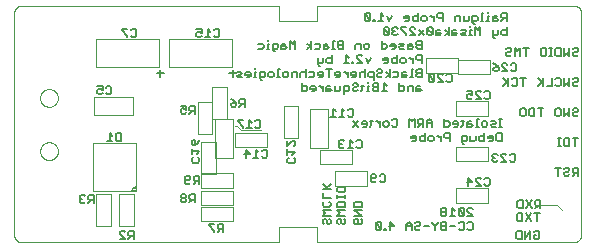
<source format=gbo>
G75*
%MOIN*%
%OFA0B0*%
%FSLAX25Y25*%
%IPPOS*%
%LPD*%
%AMOC8*
5,1,8,0,0,1.08239X$1,22.5*
%
%ADD10C,0.00000*%
%ADD11C,0.00500*%
%ADD12C,0.00472*%
%ADD13C,0.00600*%
D10*
X0010283Y0010126D02*
X0096110Y0010126D01*
X0096110Y0015244D01*
X0108709Y0015244D01*
X0108709Y0010126D01*
X0194535Y0010126D01*
X0194630Y0010128D01*
X0194725Y0010134D01*
X0194820Y0010143D01*
X0194914Y0010157D01*
X0195007Y0010174D01*
X0195100Y0010195D01*
X0195192Y0010219D01*
X0195283Y0010248D01*
X0195373Y0010279D01*
X0195461Y0010315D01*
X0195548Y0010354D01*
X0195633Y0010397D01*
X0195716Y0010442D01*
X0195797Y0010492D01*
X0195877Y0010544D01*
X0195954Y0010600D01*
X0196029Y0010658D01*
X0196101Y0010720D01*
X0196171Y0010785D01*
X0196238Y0010852D01*
X0196303Y0010922D01*
X0196365Y0010994D01*
X0196423Y0011069D01*
X0196479Y0011146D01*
X0196531Y0011226D01*
X0196581Y0011307D01*
X0196626Y0011390D01*
X0196669Y0011475D01*
X0196708Y0011562D01*
X0196744Y0011650D01*
X0196775Y0011740D01*
X0196804Y0011831D01*
X0196828Y0011923D01*
X0196849Y0012016D01*
X0196866Y0012109D01*
X0196880Y0012203D01*
X0196889Y0012298D01*
X0196895Y0012393D01*
X0196897Y0012488D01*
X0196898Y0012488D02*
X0196898Y0086504D01*
X0196897Y0086504D02*
X0196895Y0086599D01*
X0196889Y0086694D01*
X0196880Y0086789D01*
X0196866Y0086883D01*
X0196849Y0086976D01*
X0196828Y0087069D01*
X0196804Y0087161D01*
X0196775Y0087252D01*
X0196744Y0087342D01*
X0196708Y0087430D01*
X0196669Y0087517D01*
X0196626Y0087602D01*
X0196581Y0087685D01*
X0196531Y0087766D01*
X0196479Y0087846D01*
X0196423Y0087923D01*
X0196365Y0087998D01*
X0196303Y0088070D01*
X0196238Y0088140D01*
X0196171Y0088207D01*
X0196101Y0088272D01*
X0196029Y0088334D01*
X0195954Y0088392D01*
X0195877Y0088448D01*
X0195797Y0088500D01*
X0195716Y0088550D01*
X0195633Y0088595D01*
X0195548Y0088638D01*
X0195461Y0088677D01*
X0195373Y0088713D01*
X0195283Y0088744D01*
X0195192Y0088773D01*
X0195100Y0088797D01*
X0195007Y0088818D01*
X0194914Y0088835D01*
X0194820Y0088849D01*
X0194725Y0088858D01*
X0194630Y0088864D01*
X0194535Y0088866D01*
X0108709Y0088866D01*
X0108709Y0083748D01*
X0096110Y0083748D01*
X0096110Y0088866D01*
X0010283Y0088866D01*
X0010188Y0088864D01*
X0010093Y0088858D01*
X0009998Y0088849D01*
X0009904Y0088835D01*
X0009811Y0088818D01*
X0009718Y0088797D01*
X0009626Y0088773D01*
X0009535Y0088744D01*
X0009445Y0088713D01*
X0009357Y0088677D01*
X0009270Y0088638D01*
X0009185Y0088595D01*
X0009102Y0088550D01*
X0009021Y0088500D01*
X0008941Y0088448D01*
X0008864Y0088392D01*
X0008789Y0088334D01*
X0008717Y0088272D01*
X0008647Y0088207D01*
X0008580Y0088140D01*
X0008515Y0088070D01*
X0008453Y0087998D01*
X0008395Y0087923D01*
X0008339Y0087846D01*
X0008287Y0087766D01*
X0008237Y0087685D01*
X0008192Y0087602D01*
X0008149Y0087517D01*
X0008110Y0087430D01*
X0008074Y0087342D01*
X0008043Y0087252D01*
X0008014Y0087161D01*
X0007990Y0087069D01*
X0007969Y0086976D01*
X0007952Y0086883D01*
X0007938Y0086789D01*
X0007929Y0086694D01*
X0007923Y0086599D01*
X0007921Y0086504D01*
X0007921Y0012488D01*
X0007923Y0012393D01*
X0007929Y0012298D01*
X0007938Y0012203D01*
X0007952Y0012109D01*
X0007969Y0012016D01*
X0007990Y0011923D01*
X0008014Y0011831D01*
X0008043Y0011740D01*
X0008074Y0011650D01*
X0008110Y0011562D01*
X0008149Y0011475D01*
X0008192Y0011390D01*
X0008237Y0011307D01*
X0008287Y0011226D01*
X0008339Y0011146D01*
X0008395Y0011069D01*
X0008453Y0010994D01*
X0008515Y0010922D01*
X0008580Y0010852D01*
X0008647Y0010785D01*
X0008717Y0010720D01*
X0008789Y0010658D01*
X0008864Y0010600D01*
X0008941Y0010544D01*
X0009021Y0010492D01*
X0009102Y0010442D01*
X0009185Y0010397D01*
X0009270Y0010354D01*
X0009357Y0010315D01*
X0009445Y0010279D01*
X0009535Y0010248D01*
X0009626Y0010219D01*
X0009718Y0010195D01*
X0009811Y0010174D01*
X0009904Y0010157D01*
X0009998Y0010143D01*
X0010093Y0010134D01*
X0010188Y0010128D01*
X0010283Y0010126D01*
X0016582Y0040441D02*
X0016584Y0040549D01*
X0016590Y0040658D01*
X0016600Y0040766D01*
X0016614Y0040873D01*
X0016632Y0040980D01*
X0016653Y0041087D01*
X0016679Y0041192D01*
X0016709Y0041297D01*
X0016742Y0041400D01*
X0016779Y0041502D01*
X0016820Y0041602D01*
X0016864Y0041701D01*
X0016913Y0041799D01*
X0016964Y0041894D01*
X0017019Y0041987D01*
X0017078Y0042079D01*
X0017140Y0042168D01*
X0017205Y0042255D01*
X0017273Y0042339D01*
X0017344Y0042421D01*
X0017418Y0042500D01*
X0017495Y0042576D01*
X0017575Y0042650D01*
X0017658Y0042720D01*
X0017743Y0042788D01*
X0017830Y0042852D01*
X0017920Y0042913D01*
X0018012Y0042971D01*
X0018106Y0043025D01*
X0018202Y0043076D01*
X0018299Y0043123D01*
X0018399Y0043167D01*
X0018500Y0043207D01*
X0018602Y0043243D01*
X0018705Y0043275D01*
X0018810Y0043304D01*
X0018916Y0043328D01*
X0019022Y0043349D01*
X0019129Y0043366D01*
X0019237Y0043379D01*
X0019345Y0043388D01*
X0019454Y0043393D01*
X0019562Y0043394D01*
X0019671Y0043391D01*
X0019779Y0043384D01*
X0019887Y0043373D01*
X0019994Y0043358D01*
X0020101Y0043339D01*
X0020207Y0043316D01*
X0020312Y0043290D01*
X0020417Y0043259D01*
X0020519Y0043225D01*
X0020621Y0043187D01*
X0020721Y0043145D01*
X0020820Y0043100D01*
X0020917Y0043051D01*
X0021011Y0042998D01*
X0021104Y0042942D01*
X0021195Y0042883D01*
X0021284Y0042820D01*
X0021370Y0042755D01*
X0021454Y0042686D01*
X0021535Y0042614D01*
X0021613Y0042539D01*
X0021689Y0042461D01*
X0021762Y0042380D01*
X0021832Y0042297D01*
X0021898Y0042212D01*
X0021962Y0042124D01*
X0022022Y0042033D01*
X0022079Y0041941D01*
X0022132Y0041846D01*
X0022182Y0041750D01*
X0022228Y0041652D01*
X0022271Y0041552D01*
X0022310Y0041451D01*
X0022345Y0041348D01*
X0022377Y0041245D01*
X0022404Y0041140D01*
X0022428Y0041034D01*
X0022448Y0040927D01*
X0022464Y0040820D01*
X0022476Y0040712D01*
X0022484Y0040604D01*
X0022488Y0040495D01*
X0022488Y0040387D01*
X0022484Y0040278D01*
X0022476Y0040170D01*
X0022464Y0040062D01*
X0022448Y0039955D01*
X0022428Y0039848D01*
X0022404Y0039742D01*
X0022377Y0039637D01*
X0022345Y0039534D01*
X0022310Y0039431D01*
X0022271Y0039330D01*
X0022228Y0039230D01*
X0022182Y0039132D01*
X0022132Y0039036D01*
X0022079Y0038941D01*
X0022022Y0038849D01*
X0021962Y0038758D01*
X0021898Y0038670D01*
X0021832Y0038585D01*
X0021762Y0038502D01*
X0021689Y0038421D01*
X0021613Y0038343D01*
X0021535Y0038268D01*
X0021454Y0038196D01*
X0021370Y0038127D01*
X0021284Y0038062D01*
X0021195Y0037999D01*
X0021104Y0037940D01*
X0021012Y0037884D01*
X0020917Y0037831D01*
X0020820Y0037782D01*
X0020721Y0037737D01*
X0020621Y0037695D01*
X0020519Y0037657D01*
X0020417Y0037623D01*
X0020312Y0037592D01*
X0020207Y0037566D01*
X0020101Y0037543D01*
X0019994Y0037524D01*
X0019887Y0037509D01*
X0019779Y0037498D01*
X0019671Y0037491D01*
X0019562Y0037488D01*
X0019454Y0037489D01*
X0019345Y0037494D01*
X0019237Y0037503D01*
X0019129Y0037516D01*
X0019022Y0037533D01*
X0018916Y0037554D01*
X0018810Y0037578D01*
X0018705Y0037607D01*
X0018602Y0037639D01*
X0018500Y0037675D01*
X0018399Y0037715D01*
X0018299Y0037759D01*
X0018202Y0037806D01*
X0018106Y0037857D01*
X0018012Y0037911D01*
X0017920Y0037969D01*
X0017830Y0038030D01*
X0017743Y0038094D01*
X0017658Y0038162D01*
X0017575Y0038232D01*
X0017495Y0038306D01*
X0017418Y0038382D01*
X0017344Y0038461D01*
X0017273Y0038543D01*
X0017205Y0038627D01*
X0017140Y0038714D01*
X0017078Y0038803D01*
X0017019Y0038895D01*
X0016964Y0038988D01*
X0016913Y0039083D01*
X0016864Y0039181D01*
X0016820Y0039280D01*
X0016779Y0039380D01*
X0016742Y0039482D01*
X0016709Y0039585D01*
X0016679Y0039690D01*
X0016653Y0039795D01*
X0016632Y0039902D01*
X0016614Y0040009D01*
X0016600Y0040116D01*
X0016590Y0040224D01*
X0016584Y0040333D01*
X0016582Y0040441D01*
X0016582Y0058157D02*
X0016584Y0058265D01*
X0016590Y0058374D01*
X0016600Y0058482D01*
X0016614Y0058589D01*
X0016632Y0058696D01*
X0016653Y0058803D01*
X0016679Y0058908D01*
X0016709Y0059013D01*
X0016742Y0059116D01*
X0016779Y0059218D01*
X0016820Y0059318D01*
X0016864Y0059417D01*
X0016913Y0059515D01*
X0016964Y0059610D01*
X0017019Y0059703D01*
X0017078Y0059795D01*
X0017140Y0059884D01*
X0017205Y0059971D01*
X0017273Y0060055D01*
X0017344Y0060137D01*
X0017418Y0060216D01*
X0017495Y0060292D01*
X0017575Y0060366D01*
X0017658Y0060436D01*
X0017743Y0060504D01*
X0017830Y0060568D01*
X0017920Y0060629D01*
X0018012Y0060687D01*
X0018106Y0060741D01*
X0018202Y0060792D01*
X0018299Y0060839D01*
X0018399Y0060883D01*
X0018500Y0060923D01*
X0018602Y0060959D01*
X0018705Y0060991D01*
X0018810Y0061020D01*
X0018916Y0061044D01*
X0019022Y0061065D01*
X0019129Y0061082D01*
X0019237Y0061095D01*
X0019345Y0061104D01*
X0019454Y0061109D01*
X0019562Y0061110D01*
X0019671Y0061107D01*
X0019779Y0061100D01*
X0019887Y0061089D01*
X0019994Y0061074D01*
X0020101Y0061055D01*
X0020207Y0061032D01*
X0020312Y0061006D01*
X0020417Y0060975D01*
X0020519Y0060941D01*
X0020621Y0060903D01*
X0020721Y0060861D01*
X0020820Y0060816D01*
X0020917Y0060767D01*
X0021011Y0060714D01*
X0021104Y0060658D01*
X0021195Y0060599D01*
X0021284Y0060536D01*
X0021370Y0060471D01*
X0021454Y0060402D01*
X0021535Y0060330D01*
X0021613Y0060255D01*
X0021689Y0060177D01*
X0021762Y0060096D01*
X0021832Y0060013D01*
X0021898Y0059928D01*
X0021962Y0059840D01*
X0022022Y0059749D01*
X0022079Y0059657D01*
X0022132Y0059562D01*
X0022182Y0059466D01*
X0022228Y0059368D01*
X0022271Y0059268D01*
X0022310Y0059167D01*
X0022345Y0059064D01*
X0022377Y0058961D01*
X0022404Y0058856D01*
X0022428Y0058750D01*
X0022448Y0058643D01*
X0022464Y0058536D01*
X0022476Y0058428D01*
X0022484Y0058320D01*
X0022488Y0058211D01*
X0022488Y0058103D01*
X0022484Y0057994D01*
X0022476Y0057886D01*
X0022464Y0057778D01*
X0022448Y0057671D01*
X0022428Y0057564D01*
X0022404Y0057458D01*
X0022377Y0057353D01*
X0022345Y0057250D01*
X0022310Y0057147D01*
X0022271Y0057046D01*
X0022228Y0056946D01*
X0022182Y0056848D01*
X0022132Y0056752D01*
X0022079Y0056657D01*
X0022022Y0056565D01*
X0021962Y0056474D01*
X0021898Y0056386D01*
X0021832Y0056301D01*
X0021762Y0056218D01*
X0021689Y0056137D01*
X0021613Y0056059D01*
X0021535Y0055984D01*
X0021454Y0055912D01*
X0021370Y0055843D01*
X0021284Y0055778D01*
X0021195Y0055715D01*
X0021104Y0055656D01*
X0021012Y0055600D01*
X0020917Y0055547D01*
X0020820Y0055498D01*
X0020721Y0055453D01*
X0020621Y0055411D01*
X0020519Y0055373D01*
X0020417Y0055339D01*
X0020312Y0055308D01*
X0020207Y0055282D01*
X0020101Y0055259D01*
X0019994Y0055240D01*
X0019887Y0055225D01*
X0019779Y0055214D01*
X0019671Y0055207D01*
X0019562Y0055204D01*
X0019454Y0055205D01*
X0019345Y0055210D01*
X0019237Y0055219D01*
X0019129Y0055232D01*
X0019022Y0055249D01*
X0018916Y0055270D01*
X0018810Y0055294D01*
X0018705Y0055323D01*
X0018602Y0055355D01*
X0018500Y0055391D01*
X0018399Y0055431D01*
X0018299Y0055475D01*
X0018202Y0055522D01*
X0018106Y0055573D01*
X0018012Y0055627D01*
X0017920Y0055685D01*
X0017830Y0055746D01*
X0017743Y0055810D01*
X0017658Y0055878D01*
X0017575Y0055948D01*
X0017495Y0056022D01*
X0017418Y0056098D01*
X0017344Y0056177D01*
X0017273Y0056259D01*
X0017205Y0056343D01*
X0017140Y0056430D01*
X0017078Y0056519D01*
X0017019Y0056611D01*
X0016964Y0056704D01*
X0016913Y0056799D01*
X0016864Y0056897D01*
X0016820Y0056996D01*
X0016779Y0057096D01*
X0016742Y0057198D01*
X0016709Y0057301D01*
X0016679Y0057406D01*
X0016653Y0057511D01*
X0016632Y0057618D01*
X0016614Y0057725D01*
X0016600Y0057832D01*
X0016590Y0057940D01*
X0016584Y0058049D01*
X0016582Y0058157D01*
D11*
X0035680Y0059834D02*
X0036122Y0059392D01*
X0037006Y0059392D01*
X0037448Y0059834D01*
X0037448Y0060718D02*
X0036564Y0061160D01*
X0036122Y0061160D01*
X0035680Y0060718D01*
X0035680Y0059834D01*
X0037448Y0060718D02*
X0037448Y0062044D01*
X0035680Y0062044D01*
X0038581Y0061602D02*
X0039022Y0062044D01*
X0039906Y0062044D01*
X0040348Y0061602D01*
X0040348Y0059834D01*
X0039906Y0059392D01*
X0039022Y0059392D01*
X0038581Y0059834D01*
X0063436Y0055548D02*
X0065204Y0055548D01*
X0065204Y0054222D01*
X0064320Y0054664D01*
X0063878Y0054664D01*
X0063436Y0054222D01*
X0063436Y0053338D01*
X0063878Y0052896D01*
X0064762Y0052896D01*
X0065204Y0053338D01*
X0066336Y0052896D02*
X0067220Y0053780D01*
X0066778Y0053780D02*
X0068104Y0053780D01*
X0068104Y0052896D02*
X0068104Y0055548D01*
X0066778Y0055548D01*
X0066336Y0055106D01*
X0066336Y0054222D01*
X0066778Y0053780D01*
X0080063Y0055700D02*
X0080063Y0056142D01*
X0080505Y0056584D01*
X0081831Y0056584D01*
X0081831Y0055700D01*
X0081389Y0055258D01*
X0080505Y0055258D01*
X0080063Y0055700D01*
X0080947Y0057468D02*
X0081831Y0056584D01*
X0082963Y0056584D02*
X0083405Y0056142D01*
X0084731Y0056142D01*
X0083847Y0056142D02*
X0082963Y0055258D01*
X0082963Y0056584D02*
X0082963Y0057468D01*
X0083405Y0057910D01*
X0084731Y0057910D01*
X0084731Y0055258D01*
X0080947Y0057468D02*
X0080063Y0057910D01*
X0082426Y0050823D02*
X0082426Y0050381D01*
X0084193Y0048613D01*
X0084193Y0048171D01*
X0085326Y0048171D02*
X0087094Y0048171D01*
X0086210Y0048171D02*
X0086210Y0050823D01*
X0087094Y0049939D01*
X0088226Y0050381D02*
X0088668Y0050823D01*
X0089552Y0050823D01*
X0089994Y0050381D01*
X0089994Y0048613D01*
X0089552Y0048171D01*
X0088668Y0048171D01*
X0088226Y0048613D01*
X0084193Y0050823D02*
X0082426Y0050823D01*
X0069681Y0044125D02*
X0069239Y0043241D01*
X0068355Y0042357D01*
X0068355Y0043683D01*
X0067913Y0044125D01*
X0067472Y0044125D01*
X0067030Y0043683D01*
X0067030Y0042799D01*
X0067472Y0042357D01*
X0068355Y0042357D01*
X0067030Y0041225D02*
X0067030Y0039457D01*
X0067030Y0040341D02*
X0069681Y0040341D01*
X0068797Y0039457D01*
X0069239Y0038325D02*
X0069681Y0037883D01*
X0069681Y0036999D01*
X0069239Y0036557D01*
X0067472Y0036557D01*
X0067030Y0036999D01*
X0067030Y0037883D01*
X0067472Y0038325D01*
X0068156Y0032122D02*
X0067714Y0031680D01*
X0067714Y0030796D01*
X0068156Y0030354D01*
X0069482Y0030354D01*
X0069482Y0029470D02*
X0069482Y0032122D01*
X0068156Y0032122D01*
X0066582Y0031680D02*
X0066582Y0031238D01*
X0066140Y0030796D01*
X0064814Y0030796D01*
X0064814Y0029912D02*
X0064814Y0031680D01*
X0065256Y0032122D01*
X0066140Y0032122D01*
X0066582Y0031680D01*
X0066582Y0029912D02*
X0066140Y0029470D01*
X0065256Y0029470D01*
X0064814Y0029912D01*
X0067714Y0029470D02*
X0068598Y0030354D01*
X0068104Y0026020D02*
X0066778Y0026020D01*
X0066336Y0025578D01*
X0066336Y0024694D01*
X0066778Y0024252D01*
X0068104Y0024252D01*
X0067220Y0024252D02*
X0066336Y0023368D01*
X0065204Y0023810D02*
X0065204Y0024252D01*
X0064762Y0024694D01*
X0063878Y0024694D01*
X0063436Y0024252D01*
X0063436Y0023810D01*
X0063878Y0023368D01*
X0064762Y0023368D01*
X0065204Y0023810D01*
X0064762Y0024694D02*
X0065204Y0025136D01*
X0065204Y0025578D01*
X0064762Y0026020D01*
X0063878Y0026020D01*
X0063436Y0025578D01*
X0063436Y0025136D01*
X0063878Y0024694D01*
X0068104Y0023368D02*
X0068104Y0026020D01*
X0072885Y0016177D02*
X0072885Y0015735D01*
X0074653Y0013968D01*
X0074653Y0013526D01*
X0075785Y0013526D02*
X0076669Y0014410D01*
X0076227Y0014410D02*
X0077553Y0014410D01*
X0077553Y0013526D02*
X0077553Y0016177D01*
X0076227Y0016177D01*
X0075785Y0015735D01*
X0075785Y0014852D01*
X0076227Y0014410D01*
X0074653Y0016177D02*
X0072885Y0016177D01*
X0047723Y0013815D02*
X0047723Y0011163D01*
X0047723Y0012047D02*
X0046398Y0012047D01*
X0045956Y0012489D01*
X0045956Y0013373D01*
X0046398Y0013815D01*
X0047723Y0013815D01*
X0044823Y0013373D02*
X0044381Y0013815D01*
X0043497Y0013815D01*
X0043055Y0013373D01*
X0043055Y0012931D01*
X0044823Y0011163D01*
X0043055Y0011163D01*
X0045956Y0011163D02*
X0046839Y0012047D01*
X0034443Y0023171D02*
X0034443Y0025823D01*
X0033117Y0025823D01*
X0032675Y0025381D01*
X0032675Y0024497D01*
X0033117Y0024055D01*
X0034443Y0024055D01*
X0033559Y0024055D02*
X0032675Y0023171D01*
X0031543Y0023613D02*
X0031101Y0023171D01*
X0030217Y0023171D01*
X0029775Y0023613D01*
X0029775Y0024055D01*
X0030217Y0024497D01*
X0030659Y0024497D01*
X0030217Y0024497D02*
X0029775Y0024939D01*
X0029775Y0025381D01*
X0030217Y0025823D01*
X0031101Y0025823D01*
X0031543Y0025381D01*
X0038830Y0043841D02*
X0040598Y0043841D01*
X0039714Y0043841D02*
X0039714Y0046492D01*
X0040598Y0045608D01*
X0041730Y0046050D02*
X0042172Y0046492D01*
X0043498Y0046492D01*
X0043498Y0043841D01*
X0042172Y0043841D01*
X0041730Y0044283D01*
X0041730Y0046050D01*
X0084630Y0039615D02*
X0086398Y0039615D01*
X0085072Y0040941D01*
X0085072Y0038289D01*
X0087530Y0038289D02*
X0089298Y0038289D01*
X0088414Y0038289D02*
X0088414Y0040941D01*
X0089298Y0040057D01*
X0090430Y0040499D02*
X0090872Y0040941D01*
X0091756Y0040941D01*
X0092198Y0040499D01*
X0092198Y0038731D01*
X0091756Y0038289D01*
X0090872Y0038289D01*
X0090430Y0038731D01*
X0098919Y0039260D02*
X0098919Y0041028D01*
X0098919Y0040144D02*
X0101571Y0040144D01*
X0100687Y0039260D01*
X0101129Y0038128D02*
X0101571Y0037686D01*
X0101571Y0036802D01*
X0101129Y0036360D01*
X0099361Y0036360D01*
X0098919Y0036802D01*
X0098919Y0037686D01*
X0099361Y0038128D01*
X0098919Y0042160D02*
X0100687Y0043928D01*
X0101129Y0043928D01*
X0101571Y0043486D01*
X0101571Y0042602D01*
X0101129Y0042160D01*
X0098919Y0042160D02*
X0098919Y0043928D01*
X0113331Y0051911D02*
X0115099Y0051911D01*
X0114215Y0051911D02*
X0114215Y0054563D01*
X0115099Y0053679D01*
X0117115Y0054563D02*
X0117115Y0051911D01*
X0117999Y0051911D02*
X0116231Y0051911D01*
X0117999Y0053679D02*
X0117115Y0054563D01*
X0119131Y0054121D02*
X0119573Y0054563D01*
X0120457Y0054563D01*
X0120899Y0054121D01*
X0120899Y0052353D01*
X0120457Y0051911D01*
X0119573Y0051911D01*
X0119131Y0052353D01*
X0120811Y0050333D02*
X0122579Y0048565D01*
X0123712Y0049449D02*
X0125479Y0049449D01*
X0125479Y0049891D02*
X0125037Y0050333D01*
X0124154Y0050333D01*
X0123712Y0049891D01*
X0123712Y0049449D01*
X0124154Y0048565D02*
X0125037Y0048565D01*
X0125479Y0049007D01*
X0125479Y0049891D01*
X0126529Y0050333D02*
X0127413Y0050333D01*
X0126971Y0050775D02*
X0126971Y0049007D01*
X0126529Y0048565D01*
X0128946Y0050333D02*
X0129830Y0049449D01*
X0129830Y0048565D02*
X0129830Y0050333D01*
X0128946Y0050333D02*
X0128504Y0050333D01*
X0130962Y0049891D02*
X0131404Y0050333D01*
X0132288Y0050333D01*
X0132730Y0049891D01*
X0132730Y0049007D01*
X0132288Y0048565D01*
X0131404Y0048565D01*
X0130962Y0049007D01*
X0130962Y0049891D01*
X0133862Y0050775D02*
X0134304Y0051217D01*
X0135188Y0051217D01*
X0135630Y0050775D01*
X0135630Y0049007D01*
X0135188Y0048565D01*
X0134304Y0048565D01*
X0133862Y0049007D01*
X0139662Y0048565D02*
X0139662Y0051217D01*
X0140546Y0050333D01*
X0141430Y0051217D01*
X0141430Y0048565D01*
X0142562Y0048565D02*
X0143446Y0049449D01*
X0143004Y0049449D02*
X0144330Y0049449D01*
X0144330Y0048565D02*
X0144330Y0051217D01*
X0143004Y0051217D01*
X0142562Y0050775D01*
X0142562Y0049891D01*
X0143004Y0049449D01*
X0145462Y0049891D02*
X0147230Y0049891D01*
X0147230Y0050333D02*
X0147230Y0048565D01*
X0145462Y0048565D02*
X0145462Y0050333D01*
X0146346Y0051217D01*
X0147230Y0050333D01*
X0151263Y0050333D02*
X0152589Y0050333D01*
X0153031Y0049891D01*
X0153031Y0049007D01*
X0152589Y0048565D01*
X0151263Y0048565D01*
X0151263Y0051217D01*
X0154163Y0049891D02*
X0154163Y0049449D01*
X0155931Y0049449D01*
X0155931Y0049891D02*
X0155489Y0050333D01*
X0154605Y0050333D01*
X0154163Y0049891D01*
X0154605Y0048565D02*
X0155489Y0048565D01*
X0155931Y0049007D01*
X0155931Y0049891D01*
X0156980Y0050333D02*
X0157864Y0050333D01*
X0157422Y0050775D02*
X0157422Y0049007D01*
X0156980Y0048565D01*
X0158996Y0048565D02*
X0158996Y0049891D01*
X0159438Y0050333D01*
X0160322Y0050333D01*
X0160322Y0049449D02*
X0158996Y0049449D01*
X0158996Y0048565D02*
X0160322Y0048565D01*
X0160764Y0049007D01*
X0160322Y0049449D01*
X0161814Y0048565D02*
X0162698Y0048565D01*
X0162256Y0048565D02*
X0162256Y0051217D01*
X0162698Y0051217D01*
X0163830Y0049891D02*
X0164272Y0050333D01*
X0165156Y0050333D01*
X0165598Y0049891D01*
X0165598Y0049007D01*
X0165156Y0048565D01*
X0164272Y0048565D01*
X0163830Y0049007D01*
X0163830Y0049891D01*
X0166730Y0050333D02*
X0168056Y0050333D01*
X0168498Y0049891D01*
X0168056Y0049449D01*
X0167172Y0049449D01*
X0166730Y0049007D01*
X0167172Y0048565D01*
X0168498Y0048565D01*
X0169547Y0048565D02*
X0170431Y0048565D01*
X0169989Y0048565D02*
X0169989Y0051217D01*
X0170431Y0051217D02*
X0169547Y0051217D01*
X0176692Y0052550D02*
X0176692Y0054318D01*
X0177134Y0054760D01*
X0178018Y0054760D01*
X0178460Y0054318D01*
X0178460Y0052550D01*
X0178018Y0052108D01*
X0177134Y0052108D01*
X0176692Y0052550D01*
X0179592Y0052550D02*
X0179592Y0054318D01*
X0180034Y0054760D01*
X0181360Y0054760D01*
X0181360Y0052108D01*
X0180034Y0052108D01*
X0179592Y0052550D01*
X0182492Y0054760D02*
X0184260Y0054760D01*
X0183376Y0054760D02*
X0183376Y0052108D01*
X0188292Y0052550D02*
X0188292Y0054318D01*
X0188734Y0054760D01*
X0189618Y0054760D01*
X0190060Y0054318D01*
X0190060Y0052550D01*
X0189618Y0052108D01*
X0188734Y0052108D01*
X0188292Y0052550D01*
X0191192Y0052108D02*
X0191192Y0054760D01*
X0192960Y0054760D02*
X0192960Y0052108D01*
X0192076Y0052992D01*
X0191192Y0052108D01*
X0194092Y0052550D02*
X0194534Y0052108D01*
X0195418Y0052108D01*
X0195860Y0052550D01*
X0195418Y0053434D02*
X0194534Y0053434D01*
X0194092Y0052992D01*
X0194092Y0052550D01*
X0195418Y0053434D02*
X0195860Y0053876D01*
X0195860Y0054318D01*
X0195418Y0054760D01*
X0194534Y0054760D01*
X0194092Y0054318D01*
X0194534Y0062148D02*
X0195418Y0062148D01*
X0195860Y0062590D01*
X0195418Y0063474D02*
X0194534Y0063474D01*
X0194092Y0063032D01*
X0194092Y0062590D01*
X0194534Y0062148D01*
X0192960Y0062148D02*
X0192076Y0063032D01*
X0191192Y0062148D01*
X0191192Y0064800D01*
X0190060Y0064358D02*
X0190060Y0062590D01*
X0189618Y0062148D01*
X0188734Y0062148D01*
X0188292Y0062590D01*
X0187160Y0062148D02*
X0185392Y0062148D01*
X0184260Y0062148D02*
X0184260Y0064800D01*
X0183818Y0063474D02*
X0182492Y0062148D01*
X0184260Y0063032D02*
X0182492Y0064800D01*
X0178460Y0064800D02*
X0176692Y0064800D01*
X0177576Y0064800D02*
X0177576Y0062148D01*
X0175559Y0062590D02*
X0175117Y0062148D01*
X0174234Y0062148D01*
X0173792Y0062590D01*
X0172659Y0063032D02*
X0170891Y0064800D01*
X0172659Y0064800D02*
X0172659Y0062148D01*
X0172217Y0063474D02*
X0170891Y0062148D01*
X0173792Y0064358D02*
X0174234Y0064800D01*
X0175117Y0064800D01*
X0175559Y0064358D01*
X0175559Y0062590D01*
X0166372Y0060027D02*
X0166372Y0058259D01*
X0165930Y0057817D01*
X0165046Y0057817D01*
X0164604Y0058259D01*
X0163471Y0057817D02*
X0161704Y0057817D01*
X0160571Y0058259D02*
X0160129Y0057817D01*
X0159245Y0057817D01*
X0158803Y0058259D01*
X0158803Y0059143D01*
X0159245Y0059585D01*
X0159687Y0059585D01*
X0160571Y0059143D01*
X0160571Y0060469D01*
X0158803Y0060469D01*
X0161704Y0060027D02*
X0161704Y0059585D01*
X0163471Y0057817D01*
X0163471Y0060027D02*
X0163030Y0060469D01*
X0162146Y0060469D01*
X0161704Y0060027D01*
X0164604Y0060027D02*
X0165046Y0060469D01*
X0165930Y0060469D01*
X0166372Y0060027D01*
X0153773Y0063968D02*
X0153331Y0063526D01*
X0152447Y0063526D01*
X0152005Y0063968D01*
X0150873Y0063526D02*
X0149105Y0065294D01*
X0149105Y0065735D01*
X0149547Y0066177D01*
X0150431Y0066177D01*
X0150873Y0065735D01*
X0152005Y0065735D02*
X0152447Y0066177D01*
X0153331Y0066177D01*
X0153773Y0065735D01*
X0153773Y0063968D01*
X0150873Y0063526D02*
X0149105Y0063526D01*
X0147973Y0063968D02*
X0147531Y0063526D01*
X0146647Y0063526D01*
X0146205Y0063968D01*
X0146205Y0065735D01*
X0147973Y0063968D01*
X0147973Y0065735D01*
X0147531Y0066177D01*
X0146647Y0066177D01*
X0146205Y0065735D01*
X0143735Y0065100D02*
X0142410Y0065100D01*
X0141968Y0065542D01*
X0141968Y0065984D01*
X0142410Y0066426D01*
X0143735Y0066426D01*
X0142410Y0066426D02*
X0141968Y0066868D01*
X0141968Y0067310D01*
X0142410Y0067752D01*
X0143735Y0067752D01*
X0143735Y0065100D01*
X0140835Y0065100D02*
X0139951Y0065100D01*
X0140393Y0065100D02*
X0140393Y0067752D01*
X0140835Y0067752D01*
X0138460Y0066868D02*
X0137576Y0066868D01*
X0137134Y0066426D01*
X0137134Y0065100D01*
X0138460Y0065100D01*
X0138902Y0065542D01*
X0138460Y0065984D01*
X0137134Y0065984D01*
X0136002Y0065542D02*
X0135560Y0065100D01*
X0134234Y0065100D01*
X0133102Y0065100D02*
X0133102Y0067752D01*
X0134234Y0066868D02*
X0135560Y0066868D01*
X0136002Y0066426D01*
X0136002Y0065542D01*
X0133102Y0065984D02*
X0131776Y0066868D01*
X0130685Y0066868D02*
X0130243Y0066426D01*
X0129359Y0066426D01*
X0128917Y0065984D01*
X0128917Y0065542D01*
X0129359Y0065100D01*
X0130243Y0065100D01*
X0130685Y0065542D01*
X0131776Y0065100D02*
X0133102Y0065984D01*
X0130685Y0066868D02*
X0130685Y0067310D01*
X0130243Y0067752D01*
X0129359Y0067752D01*
X0128917Y0067310D01*
X0127785Y0066868D02*
X0126459Y0066868D01*
X0126017Y0066426D01*
X0126017Y0065542D01*
X0126459Y0065100D01*
X0127785Y0065100D01*
X0127785Y0064216D02*
X0127785Y0066868D01*
X0124885Y0066426D02*
X0124443Y0066868D01*
X0123559Y0066868D01*
X0123117Y0066426D01*
X0123117Y0065100D01*
X0121985Y0065542D02*
X0121985Y0066426D01*
X0121543Y0066868D01*
X0120659Y0066868D01*
X0120217Y0066426D01*
X0120217Y0065984D01*
X0121985Y0065984D01*
X0121985Y0065542D02*
X0121543Y0065100D01*
X0120659Y0065100D01*
X0119085Y0065100D02*
X0119085Y0066868D01*
X0119085Y0065984D02*
X0118201Y0066868D01*
X0117759Y0066868D01*
X0116668Y0066426D02*
X0116226Y0066868D01*
X0115342Y0066868D01*
X0114900Y0066426D01*
X0114900Y0065984D01*
X0116668Y0065984D01*
X0116668Y0065542D02*
X0116668Y0066426D01*
X0116668Y0065542D02*
X0116226Y0065100D01*
X0115342Y0065100D01*
X0112884Y0065100D02*
X0112884Y0067752D01*
X0113768Y0067752D02*
X0112000Y0067752D01*
X0110868Y0066426D02*
X0110426Y0066868D01*
X0109542Y0066868D01*
X0109100Y0066426D01*
X0109100Y0065984D01*
X0110868Y0065984D01*
X0110868Y0065542D02*
X0110868Y0066426D01*
X0110868Y0065542D02*
X0110426Y0065100D01*
X0109542Y0065100D01*
X0107967Y0065542D02*
X0107525Y0065100D01*
X0106200Y0065100D01*
X0105067Y0065100D02*
X0105067Y0067752D01*
X0104625Y0066868D02*
X0103741Y0066868D01*
X0103299Y0066426D01*
X0103299Y0065100D01*
X0102167Y0065100D02*
X0102167Y0066868D01*
X0100841Y0066868D01*
X0100399Y0066426D01*
X0100399Y0065100D01*
X0099267Y0065542D02*
X0098825Y0065100D01*
X0097941Y0065100D01*
X0097499Y0065542D01*
X0097499Y0066426D01*
X0097941Y0066868D01*
X0098825Y0066868D01*
X0099267Y0066426D01*
X0099267Y0065542D01*
X0096367Y0065100D02*
X0095483Y0065100D01*
X0095925Y0065100D02*
X0095925Y0067752D01*
X0096367Y0067752D01*
X0094434Y0066426D02*
X0094434Y0065542D01*
X0093992Y0065100D01*
X0093108Y0065100D01*
X0092666Y0065542D01*
X0092666Y0066426D01*
X0093108Y0066868D01*
X0093992Y0066868D01*
X0094434Y0066426D01*
X0091533Y0066426D02*
X0091533Y0065542D01*
X0091091Y0065100D01*
X0089766Y0065100D01*
X0089766Y0064658D02*
X0089766Y0066868D01*
X0091091Y0066868D01*
X0091533Y0066426D01*
X0088633Y0066868D02*
X0088191Y0066868D01*
X0088191Y0065100D01*
X0088633Y0065100D02*
X0087749Y0065100D01*
X0086700Y0065542D02*
X0086700Y0066426D01*
X0086258Y0066868D01*
X0085374Y0066868D01*
X0084932Y0066426D01*
X0084932Y0065984D01*
X0086700Y0065984D01*
X0086700Y0065542D02*
X0086258Y0065100D01*
X0085374Y0065100D01*
X0083800Y0065100D02*
X0082474Y0065100D01*
X0082032Y0065542D01*
X0082474Y0065984D01*
X0083358Y0065984D01*
X0083800Y0066426D01*
X0083358Y0066868D01*
X0082032Y0066868D01*
X0088191Y0067752D02*
X0088191Y0068194D01*
X0089766Y0064658D02*
X0090208Y0064216D01*
X0090650Y0064216D01*
X0103783Y0063028D02*
X0103783Y0060376D01*
X0105109Y0060376D01*
X0105551Y0060818D01*
X0105551Y0061702D01*
X0105109Y0062144D01*
X0103783Y0062144D01*
X0106683Y0061702D02*
X0106683Y0061260D01*
X0108451Y0061260D01*
X0108451Y0061702D02*
X0108009Y0062144D01*
X0107125Y0062144D01*
X0106683Y0061702D01*
X0107125Y0060376D02*
X0108009Y0060376D01*
X0108451Y0060818D01*
X0108451Y0061702D01*
X0109542Y0062144D02*
X0109984Y0062144D01*
X0110868Y0061260D01*
X0110868Y0060376D02*
X0110868Y0062144D01*
X0112000Y0061702D02*
X0112000Y0060376D01*
X0113326Y0060376D01*
X0113768Y0060818D01*
X0113326Y0061260D01*
X0112000Y0061260D01*
X0112000Y0061702D02*
X0112442Y0062144D01*
X0113326Y0062144D01*
X0114900Y0062144D02*
X0114900Y0060376D01*
X0116226Y0060376D01*
X0116668Y0060818D01*
X0116668Y0062144D01*
X0117800Y0062144D02*
X0119126Y0062144D01*
X0119568Y0061702D01*
X0119568Y0060818D01*
X0119126Y0060376D01*
X0117800Y0060376D01*
X0117800Y0059492D02*
X0117800Y0062144D01*
X0120700Y0062586D02*
X0121142Y0063028D01*
X0122026Y0063028D01*
X0122468Y0062586D01*
X0122468Y0062144D01*
X0122026Y0061702D01*
X0121142Y0061702D01*
X0120700Y0061260D01*
X0120700Y0060818D01*
X0121142Y0060376D01*
X0122026Y0060376D01*
X0122468Y0060818D01*
X0123517Y0060376D02*
X0123959Y0060818D01*
X0123959Y0062586D01*
X0124401Y0062144D02*
X0123517Y0062144D01*
X0125893Y0062144D02*
X0125893Y0060376D01*
X0126335Y0060376D02*
X0125451Y0060376D01*
X0127467Y0060818D02*
X0127909Y0060376D01*
X0129235Y0060376D01*
X0129235Y0063028D01*
X0127909Y0063028D01*
X0127467Y0062586D01*
X0127467Y0062144D01*
X0127909Y0061702D01*
X0129235Y0061702D01*
X0127909Y0061702D02*
X0127467Y0061260D01*
X0127467Y0060818D01*
X0126335Y0062144D02*
X0125893Y0062144D01*
X0125893Y0063028D02*
X0125893Y0063470D01*
X0124885Y0065100D02*
X0124885Y0067752D01*
X0123918Y0069825D02*
X0122150Y0069825D01*
X0121018Y0069825D02*
X0120576Y0069825D01*
X0120576Y0070267D01*
X0121018Y0070267D01*
X0121018Y0069825D01*
X0119568Y0069825D02*
X0117800Y0069825D01*
X0118684Y0069825D02*
X0118684Y0072477D01*
X0119568Y0071593D01*
X0122150Y0071593D02*
X0122150Y0072035D01*
X0122592Y0072477D01*
X0123476Y0072477D01*
X0123918Y0072035D01*
X0125050Y0071593D02*
X0125934Y0069825D01*
X0126818Y0071593D01*
X0123918Y0069825D02*
X0122150Y0071593D01*
X0121667Y0074549D02*
X0121667Y0075875D01*
X0122109Y0076317D01*
X0123435Y0076317D01*
X0123435Y0074549D01*
X0124567Y0074991D02*
X0125009Y0074549D01*
X0125893Y0074549D01*
X0126335Y0074991D01*
X0126335Y0075875D01*
X0125893Y0076317D01*
X0125009Y0076317D01*
X0124567Y0075875D01*
X0124567Y0074991D01*
X0130367Y0074549D02*
X0131693Y0074549D01*
X0132135Y0074991D01*
X0132135Y0075875D01*
X0131693Y0076317D01*
X0130367Y0076317D01*
X0130367Y0077201D02*
X0130367Y0074549D01*
X0133267Y0075433D02*
X0135035Y0075433D01*
X0135035Y0074991D02*
X0135035Y0075875D01*
X0134593Y0076317D01*
X0133709Y0076317D01*
X0133267Y0075875D01*
X0133267Y0075433D01*
X0133709Y0074549D02*
X0134593Y0074549D01*
X0135035Y0074991D01*
X0136167Y0074991D02*
X0136609Y0075433D01*
X0137493Y0075433D01*
X0137935Y0075875D01*
X0137493Y0076317D01*
X0136167Y0076317D01*
X0136167Y0074991D02*
X0136609Y0074549D01*
X0137935Y0074549D01*
X0139067Y0074549D02*
X0140393Y0074549D01*
X0140835Y0074991D01*
X0140393Y0075433D01*
X0139067Y0075433D01*
X0139067Y0075875D02*
X0139067Y0074549D01*
X0141968Y0074991D02*
X0142410Y0074549D01*
X0143735Y0074549D01*
X0143735Y0077201D01*
X0142410Y0077201D01*
X0141968Y0076759D01*
X0141968Y0076317D01*
X0142410Y0075875D01*
X0143735Y0075875D01*
X0142410Y0075875D02*
X0141968Y0075433D01*
X0141968Y0074991D01*
X0140393Y0076317D02*
X0139509Y0076317D01*
X0139067Y0075875D01*
X0138690Y0079077D02*
X0138690Y0079519D01*
X0136922Y0081287D01*
X0136922Y0081729D01*
X0138690Y0081729D01*
X0139822Y0081287D02*
X0140264Y0081729D01*
X0141148Y0081729D01*
X0141590Y0081287D01*
X0142722Y0080845D02*
X0144490Y0079077D01*
X0145622Y0079519D02*
X0146064Y0079077D01*
X0146948Y0079077D01*
X0147390Y0079519D01*
X0145622Y0081287D01*
X0145622Y0079519D01*
X0147390Y0079519D02*
X0147390Y0081287D01*
X0146948Y0081729D01*
X0146064Y0081729D01*
X0145622Y0081287D01*
X0144490Y0080845D02*
X0142722Y0079077D01*
X0141590Y0079077D02*
X0139822Y0080845D01*
X0139822Y0081287D01*
X0139822Y0079077D02*
X0141590Y0079077D01*
X0135790Y0079519D02*
X0135348Y0079077D01*
X0134464Y0079077D01*
X0134022Y0079519D01*
X0134022Y0079961D01*
X0134464Y0080403D01*
X0134906Y0080403D01*
X0134464Y0080403D02*
X0134022Y0080845D01*
X0134022Y0081287D01*
X0134464Y0081729D01*
X0135348Y0081729D01*
X0135790Y0081287D01*
X0132890Y0081287D02*
X0132448Y0081729D01*
X0131564Y0081729D01*
X0131122Y0081287D01*
X0132890Y0079519D01*
X0132448Y0079077D01*
X0131564Y0079077D01*
X0131122Y0079519D01*
X0131122Y0081287D01*
X0132890Y0081287D02*
X0132890Y0079519D01*
X0132973Y0083801D02*
X0132089Y0085569D01*
X0130956Y0085569D02*
X0130072Y0086453D01*
X0130072Y0083801D01*
X0129189Y0083801D02*
X0130956Y0083801D01*
X0132973Y0083801D02*
X0133857Y0085569D01*
X0137889Y0085127D02*
X0137889Y0084685D01*
X0139657Y0084685D01*
X0139657Y0084243D02*
X0139657Y0085127D01*
X0139215Y0085569D01*
X0138331Y0085569D01*
X0137889Y0085127D01*
X0138331Y0083801D02*
X0139215Y0083801D01*
X0139657Y0084243D01*
X0140789Y0084243D02*
X0140789Y0085127D01*
X0141231Y0085569D01*
X0142557Y0085569D01*
X0142557Y0086453D02*
X0142557Y0083801D01*
X0141231Y0083801D01*
X0140789Y0084243D01*
X0143689Y0084243D02*
X0143689Y0085127D01*
X0144131Y0085569D01*
X0145015Y0085569D01*
X0145457Y0085127D01*
X0145457Y0084243D01*
X0145015Y0083801D01*
X0144131Y0083801D01*
X0143689Y0084243D01*
X0146548Y0085569D02*
X0146990Y0085569D01*
X0147874Y0084685D01*
X0147874Y0083801D02*
X0147874Y0085569D01*
X0149006Y0086011D02*
X0149006Y0085127D01*
X0149448Y0084685D01*
X0150774Y0084685D01*
X0150774Y0083801D02*
X0150774Y0086453D01*
X0149448Y0086453D01*
X0149006Y0086011D01*
X0154806Y0085127D02*
X0154806Y0083801D01*
X0154806Y0085127D02*
X0155248Y0085569D01*
X0156574Y0085569D01*
X0156574Y0083801D01*
X0157706Y0083801D02*
X0157706Y0085569D01*
X0159474Y0085569D02*
X0159474Y0084243D01*
X0159032Y0083801D01*
X0157706Y0083801D01*
X0160606Y0083801D02*
X0161932Y0083801D01*
X0162374Y0084243D01*
X0162374Y0085127D01*
X0161932Y0085569D01*
X0160606Y0085569D01*
X0160606Y0083359D01*
X0161048Y0082917D01*
X0161490Y0082917D01*
X0161573Y0081729D02*
X0161573Y0079077D01*
X0160441Y0079077D02*
X0159557Y0079077D01*
X0159999Y0079077D02*
X0159999Y0080845D01*
X0160441Y0080845D01*
X0159999Y0081729D02*
X0159999Y0082171D01*
X0161573Y0081729D02*
X0162457Y0080845D01*
X0163341Y0081729D01*
X0163341Y0079077D01*
X0167373Y0079077D02*
X0168699Y0079077D01*
X0169141Y0079519D01*
X0169141Y0080845D01*
X0170273Y0080403D02*
X0170715Y0080845D01*
X0172041Y0080845D01*
X0172041Y0081729D02*
X0172041Y0079077D01*
X0170715Y0079077D01*
X0170273Y0079519D01*
X0170273Y0080403D01*
X0167373Y0080845D02*
X0167373Y0078635D01*
X0167815Y0078193D01*
X0168257Y0078193D01*
X0171858Y0074397D02*
X0172300Y0074839D01*
X0173184Y0074839D01*
X0173626Y0074397D01*
X0173626Y0073955D01*
X0173184Y0073513D01*
X0172300Y0073513D01*
X0171858Y0073071D01*
X0171858Y0072629D01*
X0172300Y0072187D01*
X0173184Y0072187D01*
X0173626Y0072629D01*
X0174758Y0072187D02*
X0174758Y0074839D01*
X0175642Y0073955D01*
X0176526Y0074839D01*
X0176526Y0072187D01*
X0178542Y0072187D02*
X0178542Y0074839D01*
X0179426Y0074839D02*
X0177658Y0074839D01*
X0183459Y0074397D02*
X0183459Y0072629D01*
X0183901Y0072187D01*
X0184785Y0072187D01*
X0185227Y0072629D01*
X0185227Y0074397D01*
X0184785Y0074839D01*
X0183901Y0074839D01*
X0183459Y0074397D01*
X0186276Y0074839D02*
X0187160Y0074839D01*
X0186718Y0074839D02*
X0186718Y0072187D01*
X0187160Y0072187D02*
X0186276Y0072187D01*
X0188292Y0072629D02*
X0188292Y0074397D01*
X0188734Y0074839D01*
X0190060Y0074839D01*
X0190060Y0072187D01*
X0188734Y0072187D01*
X0188292Y0072629D01*
X0191192Y0072187D02*
X0191192Y0074839D01*
X0192960Y0074839D02*
X0192960Y0072187D01*
X0192076Y0073071D01*
X0191192Y0072187D01*
X0194092Y0072629D02*
X0194534Y0072187D01*
X0195418Y0072187D01*
X0195860Y0072629D01*
X0195418Y0073513D02*
X0194534Y0073513D01*
X0194092Y0073071D01*
X0194092Y0072629D01*
X0195418Y0073513D02*
X0195860Y0073955D01*
X0195860Y0074397D01*
X0195418Y0074839D01*
X0194534Y0074839D01*
X0194092Y0074397D01*
X0175230Y0069279D02*
X0175230Y0067511D01*
X0174788Y0067069D01*
X0173904Y0067069D01*
X0173462Y0067511D01*
X0172330Y0067069D02*
X0170562Y0068837D01*
X0170562Y0069279D01*
X0171004Y0069721D01*
X0171888Y0069721D01*
X0172330Y0069279D01*
X0173462Y0069279D02*
X0173904Y0069721D01*
X0174788Y0069721D01*
X0175230Y0069279D01*
X0172330Y0067069D02*
X0170562Y0067069D01*
X0169430Y0067511D02*
X0169430Y0068395D01*
X0168104Y0068395D01*
X0167662Y0067953D01*
X0167662Y0067511D01*
X0168104Y0067069D01*
X0168988Y0067069D01*
X0169430Y0067511D01*
X0169430Y0068395D02*
X0168546Y0069279D01*
X0167662Y0069721D01*
X0187160Y0064800D02*
X0187160Y0062148D01*
X0188292Y0064358D02*
X0188734Y0064800D01*
X0189618Y0064800D01*
X0190060Y0064358D01*
X0192960Y0064800D02*
X0192960Y0062148D01*
X0195418Y0063474D02*
X0195860Y0063916D01*
X0195860Y0064358D01*
X0195418Y0064800D01*
X0194534Y0064800D01*
X0194092Y0064358D01*
X0158507Y0079077D02*
X0157182Y0079077D01*
X0156740Y0079519D01*
X0157182Y0079961D01*
X0158066Y0079961D01*
X0158507Y0080403D01*
X0158066Y0080845D01*
X0156740Y0080845D01*
X0155165Y0080845D02*
X0154281Y0080845D01*
X0153839Y0080403D01*
X0153839Y0079077D01*
X0155165Y0079077D01*
X0155607Y0079519D01*
X0155165Y0079961D01*
X0153839Y0079961D01*
X0152707Y0079961D02*
X0151381Y0080845D01*
X0149849Y0080845D02*
X0148965Y0080845D01*
X0148523Y0080403D01*
X0148523Y0079077D01*
X0149849Y0079077D01*
X0150291Y0079519D01*
X0149849Y0079961D01*
X0148523Y0079961D01*
X0151381Y0079077D02*
X0152707Y0079961D01*
X0152707Y0079077D02*
X0152707Y0081729D01*
X0163424Y0083801D02*
X0164308Y0083801D01*
X0163866Y0083801D02*
X0163866Y0086453D01*
X0164308Y0086453D01*
X0165799Y0086453D02*
X0165799Y0086895D01*
X0165799Y0085569D02*
X0165799Y0083801D01*
X0166241Y0083801D02*
X0165357Y0083801D01*
X0167373Y0083801D02*
X0167373Y0085127D01*
X0167815Y0085569D01*
X0168699Y0085569D01*
X0168699Y0084685D02*
X0167373Y0084685D01*
X0167373Y0083801D02*
X0168699Y0083801D01*
X0169141Y0084243D01*
X0168699Y0084685D01*
X0170273Y0085127D02*
X0170273Y0086011D01*
X0170715Y0086453D01*
X0172041Y0086453D01*
X0172041Y0083801D01*
X0172041Y0084685D02*
X0170715Y0084685D01*
X0170273Y0085127D01*
X0171157Y0084685D02*
X0170273Y0083801D01*
X0166241Y0085569D02*
X0165799Y0085569D01*
X0143735Y0072477D02*
X0142410Y0072477D01*
X0141968Y0072035D01*
X0141968Y0071151D01*
X0142410Y0070709D01*
X0143735Y0070709D01*
X0143735Y0069825D02*
X0143735Y0072477D01*
X0140835Y0071593D02*
X0140835Y0069825D01*
X0140835Y0070709D02*
X0139951Y0071593D01*
X0139509Y0071593D01*
X0138419Y0071151D02*
X0138419Y0070267D01*
X0137977Y0069825D01*
X0137093Y0069825D01*
X0136651Y0070267D01*
X0136651Y0071151D01*
X0137093Y0071593D01*
X0137977Y0071593D01*
X0138419Y0071151D01*
X0135518Y0071593D02*
X0134193Y0071593D01*
X0133751Y0071151D01*
X0133751Y0070267D01*
X0134193Y0069825D01*
X0135518Y0069825D01*
X0135518Y0072477D01*
X0132618Y0071151D02*
X0132176Y0071593D01*
X0131292Y0071593D01*
X0130850Y0071151D01*
X0130850Y0070709D01*
X0132618Y0070709D01*
X0132618Y0070267D02*
X0132618Y0071151D01*
X0132618Y0070267D02*
X0132176Y0069825D01*
X0131292Y0069825D01*
X0117634Y0074549D02*
X0116309Y0074549D01*
X0115867Y0074991D01*
X0115867Y0075433D01*
X0116309Y0075875D01*
X0117634Y0075875D01*
X0116309Y0075875D02*
X0115867Y0076317D01*
X0115867Y0076759D01*
X0116309Y0077201D01*
X0117634Y0077201D01*
X0117634Y0074549D01*
X0114734Y0074549D02*
X0113850Y0074549D01*
X0114292Y0074549D02*
X0114292Y0077201D01*
X0114734Y0077201D01*
X0112359Y0076317D02*
X0111475Y0076317D01*
X0111033Y0075875D01*
X0111033Y0074549D01*
X0112359Y0074549D01*
X0112801Y0074991D01*
X0112359Y0075433D01*
X0111033Y0075433D01*
X0109901Y0074991D02*
X0109459Y0074549D01*
X0108133Y0074549D01*
X0107001Y0074549D02*
X0107001Y0077201D01*
X0108133Y0076317D02*
X0109459Y0076317D01*
X0109901Y0075875D01*
X0109901Y0074991D01*
X0107001Y0075433D02*
X0105675Y0074549D01*
X0107001Y0075433D02*
X0105675Y0076317D01*
X0101684Y0077201D02*
X0101684Y0074549D01*
X0099916Y0074549D02*
X0099916Y0077201D01*
X0100800Y0076317D01*
X0101684Y0077201D01*
X0098342Y0076317D02*
X0097458Y0076317D01*
X0097016Y0075875D01*
X0097016Y0074549D01*
X0098342Y0074549D01*
X0098784Y0074991D01*
X0098342Y0075433D01*
X0097016Y0075433D01*
X0095884Y0074991D02*
X0095442Y0074549D01*
X0094116Y0074549D01*
X0094116Y0074107D02*
X0094116Y0076317D01*
X0095442Y0076317D01*
X0095884Y0075875D01*
X0095884Y0074991D01*
X0095000Y0073665D02*
X0094558Y0073665D01*
X0094116Y0074107D01*
X0092984Y0074549D02*
X0092100Y0074549D01*
X0092542Y0074549D02*
X0092542Y0076317D01*
X0092984Y0076317D01*
X0092542Y0077201D02*
X0092542Y0077643D01*
X0091050Y0075875D02*
X0091050Y0074991D01*
X0090608Y0074549D01*
X0089282Y0074549D01*
X0089282Y0076317D02*
X0090608Y0076317D01*
X0091050Y0075875D01*
X0076175Y0078928D02*
X0075733Y0078486D01*
X0074849Y0078486D01*
X0074407Y0078928D01*
X0073275Y0078486D02*
X0071507Y0078486D01*
X0072391Y0078486D02*
X0072391Y0081138D01*
X0073275Y0080254D01*
X0074407Y0080696D02*
X0074849Y0081138D01*
X0075733Y0081138D01*
X0076175Y0080696D01*
X0076175Y0078928D01*
X0070375Y0078928D02*
X0069933Y0078486D01*
X0069049Y0078486D01*
X0068607Y0078928D01*
X0068607Y0079812D01*
X0069049Y0080254D01*
X0069491Y0080254D01*
X0070375Y0079812D01*
X0070375Y0081138D01*
X0068607Y0081138D01*
X0048511Y0080696D02*
X0048511Y0078928D01*
X0048069Y0078486D01*
X0047185Y0078486D01*
X0046743Y0078928D01*
X0045611Y0078928D02*
X0045611Y0078486D01*
X0045611Y0078928D02*
X0043843Y0080696D01*
X0043843Y0081138D01*
X0045611Y0081138D01*
X0046743Y0080696D02*
X0047185Y0081138D01*
X0048069Y0081138D01*
X0048511Y0080696D01*
X0104625Y0066868D02*
X0105067Y0066426D01*
X0106200Y0066868D02*
X0107525Y0066868D01*
X0107967Y0066426D01*
X0107967Y0065542D01*
X0109542Y0068941D02*
X0109984Y0068941D01*
X0109542Y0068941D02*
X0109100Y0069383D01*
X0109100Y0071593D01*
X0110868Y0071593D02*
X0110868Y0070267D01*
X0110426Y0069825D01*
X0109100Y0069825D01*
X0112000Y0070267D02*
X0112000Y0071151D01*
X0112442Y0071593D01*
X0113768Y0071593D01*
X0113768Y0072477D02*
X0113768Y0069825D01*
X0112442Y0069825D01*
X0112000Y0070267D01*
X0131251Y0063028D02*
X0131251Y0060376D01*
X0132135Y0060376D02*
X0130367Y0060376D01*
X0132135Y0062144D02*
X0131251Y0063028D01*
X0136167Y0063028D02*
X0136167Y0060376D01*
X0137493Y0060376D01*
X0137935Y0060818D01*
X0137935Y0061702D01*
X0137493Y0062144D01*
X0136167Y0062144D01*
X0139067Y0061702D02*
X0139067Y0060376D01*
X0139067Y0061702D02*
X0139509Y0062144D01*
X0140835Y0062144D01*
X0140835Y0060376D01*
X0141968Y0060376D02*
X0141968Y0061702D01*
X0142410Y0062144D01*
X0143293Y0062144D01*
X0143293Y0061260D02*
X0141968Y0061260D01*
X0141968Y0060376D02*
X0143293Y0060376D01*
X0143735Y0060818D01*
X0143293Y0061260D01*
X0122579Y0050333D02*
X0120811Y0048565D01*
X0119990Y0044130D02*
X0119990Y0041478D01*
X0120874Y0041478D02*
X0119106Y0041478D01*
X0117973Y0041920D02*
X0117531Y0041478D01*
X0116647Y0041478D01*
X0116205Y0041920D01*
X0116205Y0042362D01*
X0116647Y0042804D01*
X0117089Y0042804D01*
X0116647Y0042804D02*
X0116205Y0043246D01*
X0116205Y0043688D01*
X0116647Y0044130D01*
X0117531Y0044130D01*
X0117973Y0043688D01*
X0119990Y0044130D02*
X0120874Y0043246D01*
X0122006Y0043688D02*
X0122448Y0044130D01*
X0123332Y0044130D01*
X0123774Y0043688D01*
X0123774Y0041920D01*
X0123332Y0041478D01*
X0122448Y0041478D01*
X0122006Y0041920D01*
X0140145Y0044725D02*
X0141913Y0044725D01*
X0141913Y0045166D02*
X0141471Y0045608D01*
X0140587Y0045608D01*
X0140145Y0045166D01*
X0140145Y0044725D01*
X0140587Y0043841D02*
X0141471Y0043841D01*
X0141913Y0044283D01*
X0141913Y0045166D01*
X0143046Y0045166D02*
X0143488Y0045608D01*
X0144814Y0045608D01*
X0144814Y0046492D02*
X0144814Y0043841D01*
X0143488Y0043841D01*
X0143046Y0044283D01*
X0143046Y0045166D01*
X0145946Y0045166D02*
X0146388Y0045608D01*
X0147272Y0045608D01*
X0147714Y0045166D01*
X0147714Y0044283D01*
X0147272Y0043841D01*
X0146388Y0043841D01*
X0145946Y0044283D01*
X0145946Y0045166D01*
X0148804Y0045608D02*
X0149246Y0045608D01*
X0150130Y0044725D01*
X0150130Y0045608D02*
X0150130Y0043841D01*
X0151263Y0045166D02*
X0151705Y0044725D01*
X0153030Y0044725D01*
X0153030Y0043841D02*
X0153030Y0046492D01*
X0151705Y0046492D01*
X0151263Y0046050D01*
X0151263Y0045166D01*
X0157063Y0045608D02*
X0157063Y0043399D01*
X0157505Y0042957D01*
X0157947Y0042957D01*
X0158389Y0043841D02*
X0157063Y0043841D01*
X0158389Y0043841D02*
X0158831Y0044283D01*
X0158831Y0045166D01*
X0158389Y0045608D01*
X0157063Y0045608D01*
X0159963Y0045608D02*
X0159963Y0043841D01*
X0161289Y0043841D01*
X0161731Y0044283D01*
X0161731Y0045608D01*
X0162863Y0045166D02*
X0163305Y0045608D01*
X0164631Y0045608D01*
X0164631Y0046492D02*
X0164631Y0043841D01*
X0163305Y0043841D01*
X0162863Y0044283D01*
X0162863Y0045166D01*
X0165763Y0045166D02*
X0166205Y0045608D01*
X0167089Y0045608D01*
X0167531Y0045166D01*
X0167531Y0044283D01*
X0167089Y0043841D01*
X0166205Y0043841D01*
X0165763Y0044725D02*
X0167531Y0044725D01*
X0168663Y0044283D02*
X0168663Y0046050D01*
X0169105Y0046492D01*
X0170431Y0046492D01*
X0170431Y0043841D01*
X0169105Y0043841D01*
X0168663Y0044283D01*
X0165763Y0044725D02*
X0165763Y0045166D01*
X0167710Y0039603D02*
X0167268Y0039161D01*
X0167268Y0038719D01*
X0167710Y0038277D01*
X0167268Y0037835D01*
X0167268Y0037393D01*
X0167710Y0036951D01*
X0168594Y0036951D01*
X0169036Y0037393D01*
X0170168Y0036951D02*
X0171936Y0036951D01*
X0170168Y0038719D01*
X0170168Y0039161D01*
X0170610Y0039603D01*
X0171494Y0039603D01*
X0171936Y0039161D01*
X0173068Y0039161D02*
X0173510Y0039603D01*
X0174394Y0039603D01*
X0174836Y0039161D01*
X0174836Y0037393D01*
X0174394Y0036951D01*
X0173510Y0036951D01*
X0173068Y0037393D01*
X0169036Y0039161D02*
X0168594Y0039603D01*
X0167710Y0039603D01*
X0167710Y0038277D02*
X0168152Y0038277D01*
X0165930Y0031532D02*
X0165046Y0031532D01*
X0164604Y0031090D01*
X0163471Y0031090D02*
X0163030Y0031532D01*
X0162146Y0031532D01*
X0161704Y0031090D01*
X0161704Y0030648D01*
X0163471Y0028880D01*
X0161704Y0028880D01*
X0160571Y0030206D02*
X0158803Y0030206D01*
X0159245Y0031532D02*
X0160571Y0030206D01*
X0159245Y0028880D02*
X0159245Y0031532D01*
X0164604Y0029322D02*
X0165046Y0028880D01*
X0165930Y0028880D01*
X0166372Y0029322D01*
X0166372Y0031090D01*
X0165930Y0031532D01*
X0175694Y0023609D02*
X0176136Y0024051D01*
X0177462Y0024051D01*
X0177462Y0021400D01*
X0176136Y0021400D01*
X0175694Y0021842D01*
X0175694Y0023609D01*
X0178594Y0024051D02*
X0180362Y0021400D01*
X0181494Y0021400D02*
X0182378Y0022284D01*
X0181936Y0022284D02*
X0183262Y0022284D01*
X0183262Y0021400D02*
X0183262Y0024051D01*
X0181936Y0024051D01*
X0181494Y0023609D01*
X0181494Y0022726D01*
X0181936Y0022284D01*
X0180362Y0024051D02*
X0178594Y0021400D01*
X0178397Y0019721D02*
X0180165Y0017069D01*
X0178397Y0017069D02*
X0180165Y0019721D01*
X0181297Y0019721D02*
X0183065Y0019721D01*
X0182181Y0019721D02*
X0182181Y0017069D01*
X0177265Y0017069D02*
X0175939Y0017069D01*
X0175497Y0017511D01*
X0175497Y0019279D01*
X0175939Y0019721D01*
X0177265Y0019721D01*
X0177265Y0017069D01*
X0177068Y0013815D02*
X0175742Y0013815D01*
X0175300Y0013373D01*
X0175300Y0011605D01*
X0175742Y0011163D01*
X0177068Y0011163D01*
X0177068Y0013815D01*
X0178200Y0013815D02*
X0178200Y0011163D01*
X0179968Y0013815D01*
X0179968Y0011163D01*
X0181100Y0011605D02*
X0181100Y0012489D01*
X0181984Y0012489D01*
X0181100Y0011605D02*
X0181542Y0011163D01*
X0182426Y0011163D01*
X0182868Y0011605D01*
X0182868Y0013373D01*
X0182426Y0013815D01*
X0181542Y0013815D01*
X0181100Y0013373D01*
X0160708Y0014558D02*
X0160266Y0014116D01*
X0159382Y0014116D01*
X0158940Y0014558D01*
X0157808Y0014558D02*
X0157366Y0014116D01*
X0156482Y0014116D01*
X0156040Y0014558D01*
X0154907Y0015442D02*
X0153139Y0015442D01*
X0152007Y0015442D02*
X0150681Y0015442D01*
X0150239Y0015000D01*
X0150239Y0014558D01*
X0150681Y0014116D01*
X0152007Y0014116D01*
X0152007Y0016768D01*
X0150681Y0016768D01*
X0150239Y0016326D01*
X0150239Y0015884D01*
X0150681Y0015442D01*
X0149107Y0016326D02*
X0148223Y0015442D01*
X0148223Y0014116D01*
X0148223Y0015442D02*
X0147339Y0016326D01*
X0147339Y0016768D01*
X0149107Y0016768D02*
X0149107Y0016326D01*
X0146207Y0015442D02*
X0144439Y0015442D01*
X0143307Y0015884D02*
X0142865Y0015442D01*
X0141981Y0015442D01*
X0141539Y0015000D01*
X0141539Y0014558D01*
X0141981Y0014116D01*
X0142865Y0014116D01*
X0143307Y0014558D01*
X0143307Y0015884D02*
X0143307Y0016326D01*
X0142865Y0016768D01*
X0141981Y0016768D01*
X0141539Y0016326D01*
X0140407Y0015884D02*
X0139523Y0016768D01*
X0138639Y0015884D01*
X0138639Y0014116D01*
X0138639Y0015442D02*
X0140407Y0015442D01*
X0140407Y0015884D02*
X0140407Y0014116D01*
X0134607Y0015442D02*
X0132839Y0015442D01*
X0133281Y0014116D02*
X0133281Y0016768D01*
X0134607Y0015442D01*
X0131707Y0014558D02*
X0131265Y0014558D01*
X0131265Y0014116D01*
X0131707Y0014116D01*
X0131707Y0014558D01*
X0130256Y0014558D02*
X0128489Y0016326D01*
X0128489Y0014558D01*
X0128931Y0014116D01*
X0129814Y0014116D01*
X0130256Y0014558D01*
X0130256Y0016326D01*
X0129814Y0016768D01*
X0128931Y0016768D01*
X0128489Y0016326D01*
X0123815Y0016527D02*
X0123373Y0016085D01*
X0121605Y0016085D01*
X0121163Y0016527D01*
X0121163Y0017411D01*
X0121605Y0017853D01*
X0122489Y0017853D01*
X0122489Y0016969D01*
X0123373Y0017853D02*
X0123815Y0017411D01*
X0123815Y0016527D01*
X0123815Y0018985D02*
X0121163Y0018985D01*
X0121163Y0020753D02*
X0123815Y0018985D01*
X0123815Y0020753D02*
X0121163Y0020753D01*
X0121163Y0021885D02*
X0121163Y0023211D01*
X0121605Y0023653D01*
X0123373Y0023653D01*
X0123815Y0023211D01*
X0123815Y0021885D01*
X0121163Y0021885D01*
X0118303Y0021885D02*
X0118303Y0023211D01*
X0117861Y0023653D01*
X0116094Y0023653D01*
X0115652Y0023211D01*
X0115652Y0021885D01*
X0118303Y0021885D01*
X0118303Y0020753D02*
X0115652Y0020753D01*
X0116536Y0019869D01*
X0115652Y0018985D01*
X0118303Y0018985D01*
X0117861Y0017853D02*
X0118303Y0017411D01*
X0118303Y0016527D01*
X0117861Y0016085D01*
X0117419Y0016085D01*
X0116978Y0016527D01*
X0116978Y0017411D01*
X0116536Y0017853D01*
X0116094Y0017853D01*
X0115652Y0017411D01*
X0115652Y0016527D01*
X0116094Y0016085D01*
X0113382Y0016527D02*
X0113382Y0017411D01*
X0112940Y0017853D01*
X0112056Y0017411D02*
X0111614Y0017853D01*
X0111172Y0017853D01*
X0110730Y0017411D01*
X0110730Y0016527D01*
X0111172Y0016085D01*
X0112056Y0016527D02*
X0112056Y0017411D01*
X0112056Y0016527D02*
X0112498Y0016085D01*
X0112940Y0016085D01*
X0113382Y0016527D01*
X0113382Y0018985D02*
X0110730Y0018985D01*
X0111614Y0019869D01*
X0110730Y0020753D01*
X0113382Y0020753D01*
X0112940Y0021885D02*
X0111172Y0021885D01*
X0110730Y0022327D01*
X0110730Y0023211D01*
X0111172Y0023653D01*
X0110730Y0024785D02*
X0110730Y0026553D01*
X0110730Y0027685D02*
X0113382Y0027685D01*
X0112056Y0028127D02*
X0110730Y0029453D01*
X0111614Y0027685D02*
X0113382Y0029453D01*
X0115652Y0028044D02*
X0116094Y0028486D01*
X0117861Y0028486D01*
X0118303Y0028044D01*
X0118303Y0027160D01*
X0117861Y0026718D01*
X0116094Y0026718D01*
X0115652Y0027160D01*
X0115652Y0028044D01*
X0115652Y0025669D02*
X0115652Y0024785D01*
X0115652Y0025227D02*
X0118303Y0025227D01*
X0118303Y0024785D02*
X0118303Y0025669D01*
X0113382Y0024785D02*
X0110730Y0024785D01*
X0112940Y0023653D02*
X0113382Y0023211D01*
X0113382Y0022327D01*
X0112940Y0021885D01*
X0126914Y0030503D02*
X0127356Y0030061D01*
X0128240Y0030061D01*
X0128682Y0030503D01*
X0128240Y0031387D02*
X0126914Y0031387D01*
X0126914Y0030503D02*
X0126914Y0032271D01*
X0127356Y0032713D01*
X0128240Y0032713D01*
X0128682Y0032271D01*
X0128682Y0031829D01*
X0128240Y0031387D01*
X0129814Y0032271D02*
X0130256Y0032713D01*
X0131140Y0032713D01*
X0131582Y0032271D01*
X0131582Y0030503D01*
X0131140Y0030061D01*
X0130256Y0030061D01*
X0129814Y0030503D01*
X0150239Y0021050D02*
X0150239Y0020608D01*
X0150681Y0020166D01*
X0151565Y0020166D01*
X0152007Y0020608D01*
X0152007Y0021050D01*
X0151565Y0021492D01*
X0150681Y0021492D01*
X0150239Y0021050D01*
X0150681Y0020166D02*
X0150239Y0019725D01*
X0150239Y0019283D01*
X0150681Y0018841D01*
X0151565Y0018841D01*
X0152007Y0019283D01*
X0152007Y0019725D01*
X0151565Y0020166D01*
X0153139Y0018841D02*
X0154907Y0018841D01*
X0154023Y0018841D02*
X0154023Y0021492D01*
X0154907Y0020608D01*
X0156040Y0021050D02*
X0156040Y0019283D01*
X0156482Y0018841D01*
X0157366Y0018841D01*
X0157808Y0019283D01*
X0156040Y0021050D01*
X0156482Y0021492D01*
X0157366Y0021492D01*
X0157808Y0021050D01*
X0157808Y0019283D01*
X0158940Y0018841D02*
X0160708Y0018841D01*
X0158940Y0020608D01*
X0158940Y0021050D01*
X0159382Y0021492D01*
X0160266Y0021492D01*
X0160708Y0021050D01*
X0160266Y0016768D02*
X0160708Y0016326D01*
X0160708Y0014558D01*
X0158940Y0016326D02*
X0159382Y0016768D01*
X0160266Y0016768D01*
X0157808Y0016326D02*
X0157808Y0014558D01*
X0157808Y0016326D02*
X0157366Y0016768D01*
X0156482Y0016768D01*
X0156040Y0016326D01*
X0189176Y0032226D02*
X0189176Y0034878D01*
X0190060Y0034878D02*
X0188292Y0034878D01*
X0191192Y0034436D02*
X0191634Y0034878D01*
X0192518Y0034878D01*
X0192960Y0034436D01*
X0192960Y0033994D01*
X0192518Y0033552D01*
X0191634Y0033552D01*
X0191192Y0033110D01*
X0191192Y0032668D01*
X0191634Y0032226D01*
X0192518Y0032226D01*
X0192960Y0032668D01*
X0194092Y0032226D02*
X0194976Y0033110D01*
X0194534Y0033110D02*
X0195860Y0033110D01*
X0195860Y0032226D02*
X0195860Y0034878D01*
X0194534Y0034878D01*
X0194092Y0034436D01*
X0194092Y0033552D01*
X0194534Y0033110D01*
X0194976Y0042069D02*
X0194976Y0044721D01*
X0195860Y0044721D02*
X0194092Y0044721D01*
X0192960Y0044721D02*
X0191634Y0044721D01*
X0191192Y0044279D01*
X0191192Y0042511D01*
X0191634Y0042069D01*
X0192960Y0042069D01*
X0192960Y0044721D01*
X0190060Y0044721D02*
X0189176Y0044721D01*
X0189618Y0044721D02*
X0189618Y0042069D01*
X0190060Y0042069D02*
X0189176Y0042069D01*
X0128056Y0083801D02*
X0127614Y0083801D01*
X0127614Y0084243D01*
X0128056Y0084243D01*
X0128056Y0083801D01*
X0126606Y0084243D02*
X0124838Y0086011D01*
X0124838Y0084243D01*
X0125280Y0083801D01*
X0126164Y0083801D01*
X0126606Y0084243D01*
X0126606Y0086011D01*
X0126164Y0086453D01*
X0125280Y0086453D01*
X0124838Y0086011D01*
D12*
X0145087Y0071386D02*
X0145087Y0066583D01*
X0155795Y0066583D01*
X0155795Y0071386D01*
X0145087Y0071386D01*
X0155913Y0070795D02*
X0155913Y0065992D01*
X0166622Y0065992D01*
X0166622Y0070795D01*
X0155913Y0070795D01*
X0155126Y0057016D02*
X0155126Y0052213D01*
X0165835Y0052213D01*
X0165835Y0057016D01*
X0155126Y0057016D01*
X0155126Y0041858D02*
X0155126Y0037055D01*
X0165835Y0037055D01*
X0165835Y0041858D01*
X0155126Y0041858D01*
X0125677Y0033787D02*
X0125677Y0028984D01*
X0114969Y0028984D01*
X0114969Y0033787D01*
X0125677Y0033787D01*
X0120520Y0036071D02*
X0120520Y0040874D01*
X0109811Y0040874D01*
X0109811Y0036071D01*
X0120520Y0036071D01*
X0112488Y0041386D02*
X0106504Y0041386D01*
X0106504Y0054457D01*
X0112488Y0054457D01*
X0112488Y0041386D01*
X0102646Y0044732D02*
X0102646Y0055441D01*
X0097843Y0055441D01*
X0097843Y0044732D01*
X0102646Y0044732D01*
X0092252Y0046543D02*
X0092252Y0041740D01*
X0081543Y0041740D01*
X0081543Y0046543D01*
X0092252Y0046543D01*
X0090205Y0047331D02*
X0083512Y0047331D01*
X0082134Y0048709D01*
X0081543Y0048709D01*
X0080992Y0051110D02*
X0075008Y0051110D01*
X0075008Y0038039D01*
X0080992Y0038039D01*
X0080992Y0051110D01*
X0078827Y0051228D02*
X0074024Y0051228D01*
X0074024Y0061937D01*
X0078827Y0061937D01*
X0078827Y0051228D01*
X0073906Y0046110D02*
X0073906Y0056819D01*
X0069102Y0056819D01*
X0069102Y0046110D01*
X0073906Y0046110D01*
X0075087Y0043630D02*
X0070283Y0043630D01*
X0070283Y0032921D01*
X0075087Y0032921D01*
X0075087Y0043630D01*
X0070283Y0033000D02*
X0070283Y0028197D01*
X0080992Y0028197D01*
X0080992Y0033000D01*
X0070283Y0033000D01*
X0070283Y0027291D02*
X0070283Y0022488D01*
X0080992Y0022488D01*
X0080992Y0027291D01*
X0070283Y0027291D01*
X0070283Y0021976D02*
X0070283Y0017173D01*
X0080992Y0017173D01*
X0080992Y0021976D01*
X0070283Y0021976D01*
X0048413Y0027213D02*
X0046406Y0027213D01*
X0048413Y0029220D01*
X0048413Y0027213D01*
X0048413Y0043039D01*
X0034358Y0043039D01*
X0034358Y0027213D01*
X0048413Y0027213D01*
X0048413Y0027551D02*
X0046744Y0027551D01*
X0047215Y0028022D02*
X0048413Y0028022D01*
X0048413Y0028493D02*
X0047686Y0028493D01*
X0048157Y0028964D02*
X0048413Y0028964D01*
X0047724Y0026110D02*
X0042921Y0026110D01*
X0042921Y0015402D01*
X0047724Y0015402D01*
X0047724Y0026110D01*
X0040047Y0026110D02*
X0035244Y0026110D01*
X0035244Y0015402D01*
X0040047Y0015402D01*
X0040047Y0026110D01*
X0034457Y0052606D02*
X0047528Y0052606D01*
X0047528Y0058591D01*
X0034457Y0058591D01*
X0034457Y0052606D01*
X0035244Y0068551D02*
X0035244Y0077685D01*
X0056189Y0077685D01*
X0056189Y0068551D01*
X0035244Y0068551D01*
X0059457Y0068551D02*
X0059457Y0077685D01*
X0080402Y0077685D01*
X0080402Y0068551D01*
X0059457Y0068551D01*
X0155126Y0028079D02*
X0155126Y0023276D01*
X0165835Y0023276D01*
X0165835Y0028079D01*
X0155126Y0028079D01*
X0183315Y0022528D02*
X0188827Y0022528D01*
X0190402Y0020953D01*
D13*
X0081916Y0066427D02*
X0079689Y0066427D01*
X0080802Y0067540D02*
X0080802Y0065313D01*
X0057703Y0066427D02*
X0055477Y0066427D01*
X0056590Y0067540D02*
X0056590Y0065313D01*
M02*

</source>
